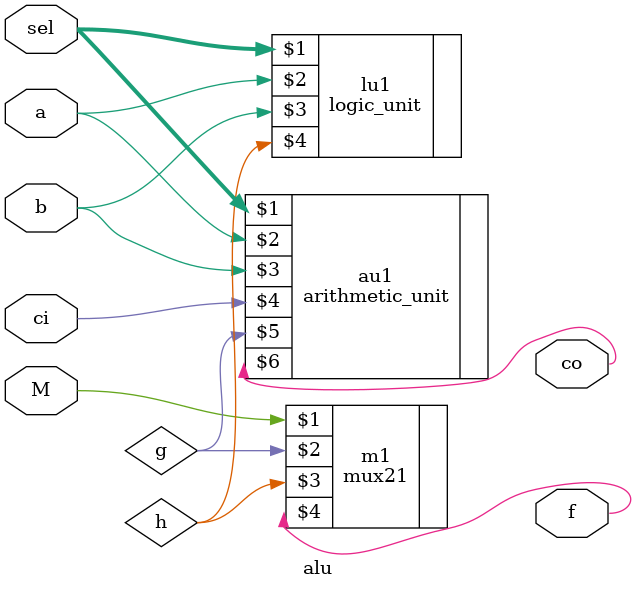
<source format=v>
module alu(M,sel,a,b,ci,f,co);
	input wire M,a,b,ci;
	input wire [1:0]sel;
	output wire f,co;
	wire g,h;
	arithmetic_unit au1(sel,a,b,ci,g,co);
	logic_unit      lu1(sel,a,b,h);
	mux21           m1(M,g,h,f);
endmodule


</source>
